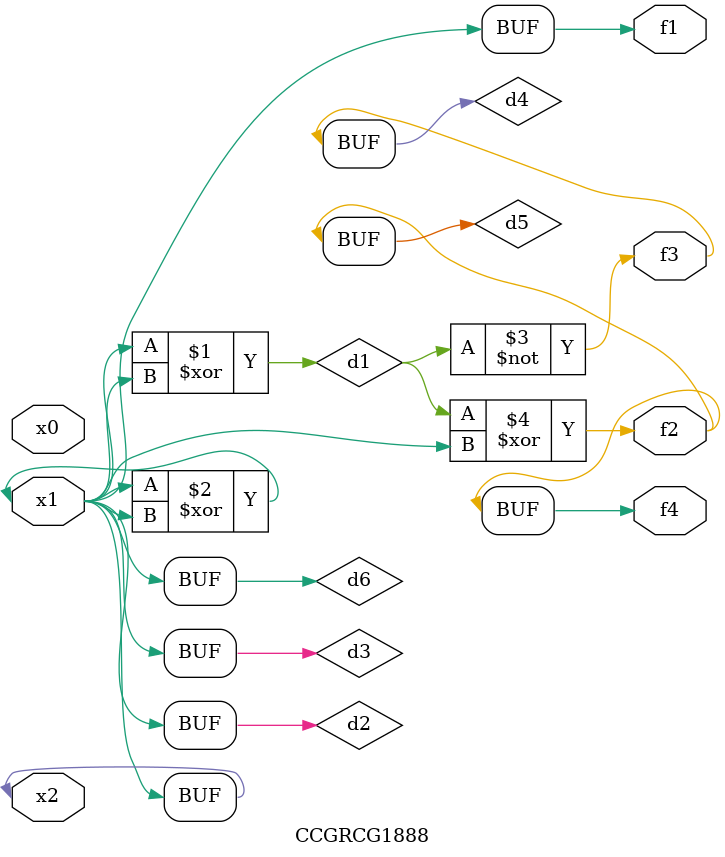
<source format=v>
module CCGRCG1888(
	input x0, x1, x2,
	output f1, f2, f3, f4
);

	wire d1, d2, d3, d4, d5, d6;

	xor (d1, x1, x2);
	buf (d2, x1, x2);
	xor (d3, x1, x2);
	nor (d4, d1);
	xor (d5, d1, d2);
	buf (d6, d2, d3);
	assign f1 = d6;
	assign f2 = d5;
	assign f3 = d4;
	assign f4 = d5;
endmodule

</source>
